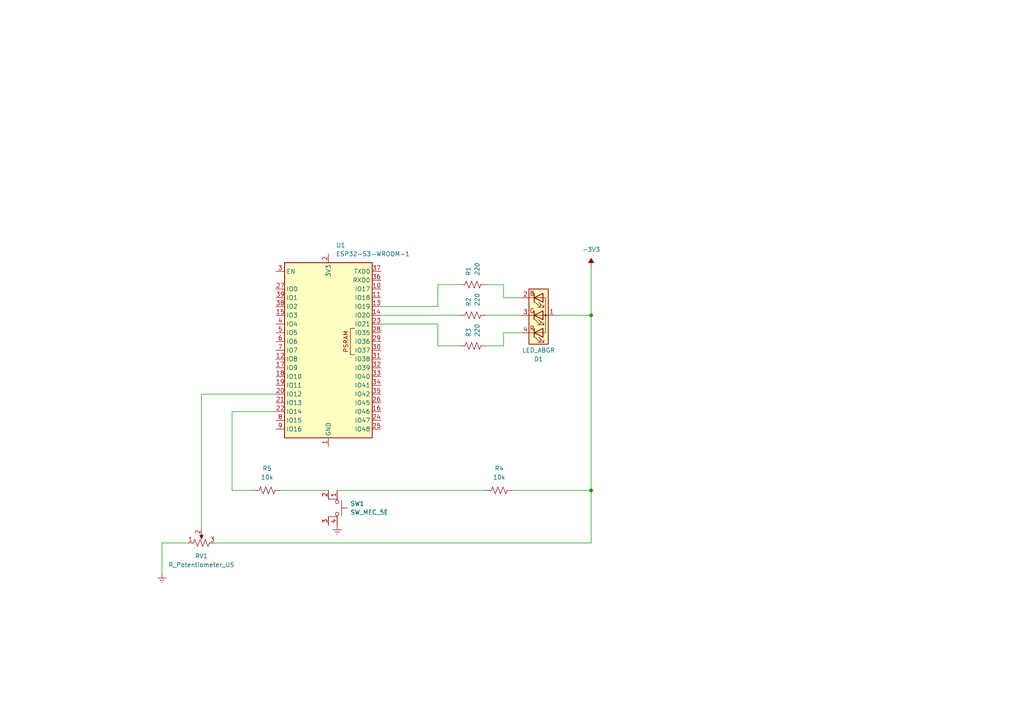
<source format=kicad_sch>
(kicad_sch (version 20230121) (generator eeschema)
  (paper "A4")
  (lib_symbols
    (symbol "Device:LED_ABGR" (pin_names (offset 0) hide)
      (property "Reference" "D" (at 0 9.398 0))
      (property "Value" "LED_ABGR" (at 0 -8.89 0))
      (symbol "LED_ABGR_0_0"
        (text "B" (at -1.905 -6.35 0) (effects (font (size 1.27 1.27))))
        (text "G" (at -1.905 -1.27 0) (effects (font (size 1.27 1.27))))
        (text "R" (at -1.905 3.81 0) (effects (font (size 1.27 1.27))))
      )
      (symbol "LED_ABGR_0_1"
        (polyline (pts (xy -1.27 -5.08) (xy -2.54 -5.08)))
        (polyline (pts (xy -1.27 -5.08) (xy 1.27 -5.08)))
        (polyline (pts (xy -1.27 -3.81) (xy -1.27 -6.35)) (stroke (width 0.254)))
        (polyline (pts (xy -1.27 0) (xy -2.54 0)))
        (polyline (pts (xy -1.27 1.27) (xy -1.27 -1.27)) (stroke (width 0.254)))
        (polyline (pts (xy -1.27 5.08) (xy -2.54 5.08)))
        (polyline (pts (xy -1.27 5.08) (xy 1.27 5.08)))
        (polyline (pts (xy -1.27 6.35) (xy -1.27 3.81)) (stroke (width 0.254)))
        (polyline (pts (xy 1.27 0) (xy -1.27 0)))
        (polyline (pts (xy 1.27 0) (xy 2.54 0)))
        (polyline (pts (xy -1.27 1.27) (xy -1.27 -1.27) (xy -1.27 -1.27)))
        (polyline (pts (xy -1.27 6.35) (xy -1.27 3.81) (xy -1.27 3.81)))
        (polyline (pts (xy 1.27 -5.08) (xy 2.032 -5.08) (xy 2.032 5.08) (xy 1.27 5.08)))
        (polyline (pts (xy 1.27 -3.81) (xy 1.27 -6.35) (xy -1.27 -5.08) (xy 1.27 -3.81)) (stroke (width 0.254)))
        (polyline (pts (xy 1.27 1.27) (xy 1.27 -1.27) (xy -1.27 0) (xy 1.27 1.27)) (stroke (width 0.254)))
        (polyline (pts (xy 1.27 6.35) (xy 1.27 3.81) (xy -1.27 5.08) (xy 1.27 6.35)) (stroke (width 0.254)))
        (polyline (pts (xy -1.016 -3.81) (xy 0.508 -2.286) (xy -0.254 -2.286) (xy 0.508 -2.286) (xy 0.508 -3.048)))
        (polyline (pts (xy -1.016 1.27) (xy 0.508 2.794) (xy -0.254 2.794) (xy 0.508 2.794) (xy 0.508 2.032)))
        (polyline (pts (xy -1.016 6.35) (xy 0.508 7.874) (xy -0.254 7.874) (xy 0.508 7.874) (xy 0.508 7.112)))
        (polyline (pts (xy 0 -3.81) (xy 1.524 -2.286) (xy 0.762 -2.286) (xy 1.524 -2.286) (xy 1.524 -3.048)))
        (polyline (pts (xy 0 1.27) (xy 1.524 2.794) (xy 0.762 2.794) (xy 1.524 2.794) (xy 1.524 2.032)))
        (polyline (pts (xy 0 6.35) (xy 1.524 7.874) (xy 0.762 7.874) (xy 1.524 7.874) (xy 1.524 7.112)))
        (rectangle (start 1.27 -1.27) (end 1.27 1.27))
        (rectangle (start 1.27 1.27) (end 1.27 1.27))
        (rectangle (start 1.27 3.81) (end 1.27 6.35))
        (rectangle (start 1.27 6.35) (end 1.27 6.35))
        (circle (center 2.032 0) (radius 0.254) (fill (type outline)))
        (rectangle (start 2.794 8.382) (end -2.794 -7.62) (stroke (width 0.254)) (fill (type background)))
      )
      (symbol "LED_ABGR_1_1"
        (pin passive line (at 5.08 0 180) (length 2.54) (name "A") (number "1"))
        (pin passive line (at -5.08 -5.08 0) (length 2.54) (name "BK") (number "2"))
        (pin passive line (at -5.08 0 0) (length 2.54) (name "GK") (number "3"))
        (pin passive line (at -5.08 5.08 0) (length 2.54) (name "RK") (number "4"))
      )
    )
    (symbol "Device:R_Potentiometer_US" (pin_names (offset 1.016) hide)
      (property "Reference" "RV" (at -4.445 0 90))
      (property "Value" "R_Potentiometer_US" (at -2.54 0 90))
      (symbol "R_Potentiometer_US_0_1"
        (polyline (pts (xy 0 -2.286) (xy 0 -2.54)))
        (polyline (pts (xy 0 2.54) (xy 0 2.286)))
        (polyline (pts (xy 2.54 0) (xy 1.524 0)))
        (polyline (pts (xy 1.143 0) (xy 2.286 0.508) (xy 2.286 -0.508) (xy 1.143 0)) (fill (type outline)))
        (polyline (pts (xy 0 -0.762) (xy 1.016 -1.143) (xy 0 -1.524) (xy -1.016 -1.905) (xy 0 -2.286)))
        (polyline (pts (xy 0 0.762) (xy 1.016 0.381) (xy 0 0) (xy -1.016 -0.381) (xy 0 -0.762)))
        (polyline (pts (xy 0 2.286) (xy 1.016 1.905) (xy 0 1.524) (xy -1.016 1.143) (xy 0 0.762)))
      )
      (symbol "R_Potentiometer_US_1_1"
        (pin passive line (at 0 3.81 270) (length 1.27) (name "1") (number "1"))
        (pin passive line (at 3.81 0 180) (length 1.27) (name "2") (number "2"))
        (pin passive line (at 0 -3.81 90) (length 1.27) (name "3") (number "3"))
      )
    )
    (symbol "Device:R_US" (pin_numbers hide) (pin_names (offset 0))
      (property "Reference" "R" (at 2.54 0 90))
      (property "Value" "R_US" (at -2.54 0 90))
      (symbol "R_US_0_1"
        (polyline (pts (xy 0 -2.286) (xy 0 -2.54)))
        (polyline (pts (xy 0 2.286) (xy 0 2.54)))
        (polyline (pts (xy 0 -0.762) (xy 1.016 -1.143) (xy 0 -1.524) (xy -1.016 -1.905) (xy 0 -2.286)))
        (polyline (pts (xy 0 0.762) (xy 1.016 0.381) (xy 0 0) (xy -1.016 -0.381) (xy 0 -0.762)))
        (polyline (pts (xy 0 2.286) (xy 1.016 1.905) (xy 0 1.524) (xy -1.016 1.143) (xy 0 0.762)))
      )
      (symbol "R_US_1_1"
        (pin passive line (at 0 3.81 270) (length 1.27) (name "~") (number "1"))
        (pin passive line (at 0 -3.81 90) (length 1.27) (name "~") (number "2"))
      )
    )
    (symbol "RF_Module:ESP32-S3-WROOM-1"
      (property "Reference" "U" (at -12.7 26.67 0))
      (property "Value" "ESP32-S3-WROOM-1" (at 12.7 26.67 0))
      (symbol "ESP32-S3-WROOM-1_0_0"
        (rectangle (start -12.7 25.4) (end 12.7 -25.4) (stroke (width 0.254)) (fill (type background)))
        (text "PSRAM" (at 5.08 2.54 900) (effects (font (size 1.27 1.27))))
      )
      (symbol "ESP32-S3-WROOM-1_0_1"
        (polyline (pts (xy 7.62 -1.27) (xy 6.35 -1.27) (xy 6.35 6.35) (xy 7.62 6.35)))
      )
      (symbol "ESP32-S3-WROOM-1_1_1"
        (pin power_in line (at 0 -27.94 90) (length 2.54) (name "GND") (number "1"))
        (pin bidirectional line (at 15.24 17.78 180) (length 2.54) (name "IO17") (number "10"))
        (pin bidirectional line (at 15.24 15.24 180) (length 2.54) (name "IO18") (number "11"))
        (pin bidirectional line (at -15.24 -2.54 0) (length 2.54) (name "IO8") (number "12"))
        (pin bidirectional line (at 15.24 12.7 180) (length 2.54) (name "IO19") (number "13"))
        (pin bidirectional line (at 15.24 10.16 180) (length 2.54) (name "IO20") (number "14"))
        (pin bidirectional line (at -15.24 10.16 0) (length 2.54) (name "IO3") (number "15"))
        (pin bidirectional line (at 15.24 -17.78 180) (length 2.54) (name "IO46") (number "16"))
        (pin bidirectional line (at -15.24 -5.08 0) (length 2.54) (name "IO9") (number "17"))
        (pin bidirectional line (at -15.24 -7.62 0) (length 2.54) (name "IO10") (number "18"))
        (pin bidirectional line (at -15.24 -10.16 0) (length 2.54) (name "IO11") (number "19"))
        (pin power_in line (at 0 27.94 270) (length 2.54) (name "3V3") (number "2"))
        (pin bidirectional line (at -15.24 -12.7 0) (length 2.54) (name "IO12") (number "20"))
        (pin bidirectional line (at -15.24 -15.24 0) (length 2.54) (name "IO13") (number "21"))
        (pin bidirectional line (at -15.24 -17.78 0) (length 2.54) (name "IO14") (number "22"))
        (pin bidirectional line (at 15.24 7.62 180) (length 2.54) (name "IO21") (number "23"))
        (pin bidirectional line (at 15.24 -20.32 180) (length 2.54) (name "IO47") (number "24"))
        (pin bidirectional line (at 15.24 -22.86 180) (length 2.54) (name "IO48") (number "25"))
        (pin bidirectional line (at 15.24 -15.24 180) (length 2.54) (name "IO45") (number "26"))
        (pin bidirectional line (at -15.24 17.78 0) (length 2.54) (name "IO0") (number "27"))
        (pin bidirectional line (at 15.24 5.08 180) (length 2.54) (name "IO35") (number "28"))
        (pin bidirectional line (at 15.24 2.54 180) (length 2.54) (name "IO36") (number "29"))
        (pin input line (at -15.24 22.86 0) (length 2.54) (name "EN") (number "3"))
        (pin bidirectional line (at 15.24 0 180) (length 2.54) (name "IO37") (number "30"))
        (pin bidirectional line (at 15.24 -2.54 180) (length 2.54) (name "IO38") (number "31"))
        (pin bidirectional line (at 15.24 -5.08 180) (length 2.54) (name "IO39") (number "32"))
        (pin bidirectional line (at 15.24 -7.62 180) (length 2.54) (name "IO40") (number "33"))
        (pin bidirectional line (at 15.24 -10.16 180) (length 2.54) (name "IO41") (number "34"))
        (pin bidirectional line (at 15.24 -12.7 180) (length 2.54) (name "IO42") (number "35"))
        (pin bidirectional line (at 15.24 20.32 180) (length 2.54) (name "RXD0") (number "36"))
        (pin bidirectional line (at 15.24 22.86 180) (length 2.54) (name "TXD0") (number "37"))
        (pin bidirectional line (at -15.24 12.7 0) (length 2.54) (name "IO2") (number "38"))
        (pin bidirectional line (at -15.24 15.24 0) (length 2.54) (name "IO1") (number "39"))
        (pin bidirectional line (at -15.24 7.62 0) (length 2.54) (name "IO4") (number "4"))
        (pin passive line (at 0 -27.94 90) (length 2.54) hide (name "GND") (number "40"))
        (pin passive line (at 0 -27.94 90) (length 2.54) hide (name "GND") (number "41"))
        (pin bidirectional line (at -15.24 5.08 0) (length 2.54) (name "IO5") (number "5"))
        (pin bidirectional line (at -15.24 2.54 0) (length 2.54) (name "IO6") (number "6"))
        (pin bidirectional line (at -15.24 0 0) (length 2.54) (name "IO7") (number "7"))
        (pin bidirectional line (at -15.24 -20.32 0) (length 2.54) (name "IO15") (number "8"))
        (pin bidirectional line (at -15.24 -22.86 0) (length 2.54) (name "IO16") (number "9"))
      )
    )
    (symbol "Switch:SW_MEC_5E" (pin_names (offset 1.016) hide)
      (property "Reference" "SW" (at 0.635 5.715 0))
      (property "Value" "SW_MEC_5E" (at 0 -3.175 0))
      (symbol "SW_MEC_5E_0_1"
        (circle (center -1.778 2.54) (radius 0.508))
        (polyline (pts (xy -2.286 3.81) (xy 2.286 3.81)))
        (polyline (pts (xy 0 3.81) (xy 0 5.588)))
        (polyline (pts (xy -2.54 0) (xy -2.54 2.54) (xy -2.286 2.54)))
        (polyline (pts (xy 2.54 0) (xy 2.54 2.54) (xy 2.286 2.54)))
        (circle (center 1.778 2.54) (radius 0.508))
        (pin passive line (at -5.08 2.54 0) (length 2.54) (name "1") (number "1"))
        (pin passive line (at -5.08 0 0) (length 2.54) (name "2") (number "2"))
        (pin passive line (at 5.08 0 180) (length 2.54) (name "K") (number "3"))
        (pin passive line (at 5.08 2.54 180) (length 2.54) (name "A") (number "4"))
      )
    )
    (symbol "power:-3V3" (power) (pin_names (offset 0))
      (property "Value" "-3V3" (at 0 3.81 0))
      (symbol "-3V3_0_0"
        (pin power_in line (at 0 0 90) (length 0) hide (name "-3V3") (number "1"))
      )
      (symbol "-3V3_0_1"
        (polyline (pts (xy 0 0) (xy 0 1.27) (xy 0.762 1.27) (xy 0 2.54) (xy -0.762 1.27) (xy 0 1.27)) (fill (type outline)))
      )
    )
    (symbol "power:Earth" (power) (pin_names (offset 0))
      (symbol "Earth_0_1"
        (polyline (pts (xy -0.635 -1.905) (xy 0.635 -1.905)))
        (polyline (pts (xy -0.127 -2.54) (xy 0.127 -2.54)))
        (polyline (pts (xy 0 -1.27) (xy 0 0)))
        (polyline (pts (xy 1.27 -1.27) (xy -1.27 -1.27)))
      )
      (symbol "Earth_1_1"
        (pin power_in line (at 0 0 270) (length 0) hide (name "Earth") (number "1"))
      )
    )
  )
  (junction (at 171.45 142.24))
  (junction (at 171.45 91.44))
  (wire (pts (xy 146.05 82.55) (xy 146.05 86.36)))
  (wire (pts (xy 140.97 82.55) (xy 146.05 82.55)))
  (wire (pts (xy 171.45 157.48) (xy 171.45 142.24)))
  (wire (pts (xy 161.29 91.44) (xy 171.45 91.44)))
  (wire (pts (xy 67.31 119.38) (xy 80.01 119.38)))
  (wire (pts (xy 46.99 157.48) (xy 54.61 157.48)))
  (wire (pts (xy 146.05 96.52) (xy 151.13 96.52)))
  (wire (pts (xy 46.99 166.37) (xy 46.99 157.48)))
  (wire (pts (xy 73.66 142.24) (xy 67.31 142.24)))
  (wire (pts (xy 127 88.9) (xy 110.49 88.9)))
  (wire (pts (xy 58.42 153.67) (xy 58.42 114.3)))
  (wire (pts (xy 146.05 86.36) (xy 151.13 86.36)))
  (wire (pts (xy 127 82.55) (xy 127 88.9)))
  (wire (pts (xy 58.42 114.3) (xy 80.01 114.3)))
  (wire (pts (xy 171.45 157.48) (xy 62.23 157.48)))
  (wire (pts (xy 67.31 119.38) (xy 67.31 142.24)))
  (wire (pts (xy 110.49 93.98) (xy 127 93.98)))
  (wire (pts (xy 127 100.33) (xy 133.35 100.33)))
  (wire (pts (xy 110.49 91.44) (xy 133.35 91.44)))
  (wire (pts (xy 140.97 91.44) (xy 151.13 91.44)))
  (wire (pts (xy 140.97 100.33) (xy 146.05 100.33)))
  (wire (pts (xy 171.45 91.44) (xy 171.45 142.24)))
  (wire (pts (xy 97.79 142.24) (xy 140.97 142.24)))
  (wire (pts (xy 146.05 100.33) (xy 146.05 96.52)))
  (wire (pts (xy 171.45 142.24) (xy 148.59 142.24)))
  (wire (pts (xy 127 93.98) (xy 127 100.33)))
  (wire (pts (xy 133.35 82.55) (xy 127 82.55)))
  (wire (pts (xy 95.25 142.24) (xy 81.28 142.24)))
  (wire (pts (xy 171.45 77.47) (xy 171.45 91.44)))
  (symbol (lib_id "Switch:SW_MEC_5E") (at 95.25 147.32 270) (unit 1)
    (property "Reference" "SW1" (at 101.6 146.05 90) (effects (justify left)))
    (property "Value" "SW_MEC_5E" (at 101.6 148.59 90) (effects (justify left)))
    (property "Datasheet" "http://www.apem.com/int/index.php?controller=attachment&id_attachment=1371" (effects hide))
  )
  (symbol (lib_id "Device:R_US") (at 137.16 82.55 90) (unit 1)
    (property "Reference" "R1" (at 135.89 80.01 0) (effects (justify left)))
    (property "Value" "220" (at 138.43 80.01 0) (effects (font italic) (justify left)))
  )
  (symbol (lib_id "Device:LED_ABGR") (at 156.21 91.44 0) (mirror x) (unit 1)
    (property "Reference" "D1" (at 156.21 104.14 0))
    (property "Value" "LED_ABGR" (at 156.21 101.6 0))
  )
  (symbol (lib_id "Device:R_Potentiometer_US") (at 58.42 157.48 90) (unit 1)
    (property "Reference" "RV1" (at 58.42 161.29 90))
    (property "Value" "R_Potentiometer_US" (at 58.42 163.83 90))
  )
  (symbol (lib_id "power:Earth") (at 46.99 166.37 0) (unit 1)
    (property "Reference" "#PWR02" (effects hide))
    (property "Value" "Earth" (effects hide))
  )
  (symbol (lib_id "Device:R_US") (at 77.47 142.24 90) (unit 1)
    (property "Reference" "R5" (at 77.47 135.89 90))
    (property "Value" "10k" (at 77.47 138.43 90))
  )
  (symbol (lib_id "power:-3V3") (at 171.45 77.47 0) (unit 1)
    (property "Reference" "#PWR01" (effects hide))
    (property "Value" "-3V3" (at 171.45 72.39 0))
  )
  (symbol (lib_id "Device:R_US") (at 137.16 91.44 90) (unit 1)
    (property "Reference" "R2" (at 135.89 88.9 0) (effects (justify left)))
    (property "Value" "220" (at 138.43 88.9 0) (effects (font italic) (justify left)))
  )
  (symbol (lib_id "Device:R_US") (at 137.16 100.33 90) (unit 1)
    (property "Reference" "R3" (at 135.89 97.79 0) (effects (justify left)))
    (property "Value" "220" (at 138.43 97.79 0) (effects (font italic) (justify left)))
  )
  (symbol (lib_id "power:Earth") (at 97.79 152.4 0) (unit 1)
    (property "Reference" "#PWR03" (effects hide))
    (property "Value" "Earth" (effects hide))
  )
  (symbol (lib_id "Device:R_US") (at 144.78 142.24 90) (unit 1)
    (property "Reference" "R4" (at 144.78 135.89 90))
    (property "Value" "10k" (at 144.78 138.43 90))
  )
  (symbol (lib_id "RF_Module:ESP32-S3-WROOM-1") (at 95.25 101.6 0) (unit 1)
    (property "Reference" "U1" (at 97.4441 71.12 0) (effects (justify left)))
    (property "Value" "ESP32-S3-WROOM-1" (at 97.4441 73.66 0) (effects (justify left)))
    (property "Footprint" "RF_Module:ESP32-S3-WROOM-1" (effects hide))
    (property "Datasheet" "https://www.espressif.com/sites/default/files/documentation/esp32-s3-wroom-1_wroom-1u_datasheet_en.pdf" (effects hide))
  )
)
</source>
